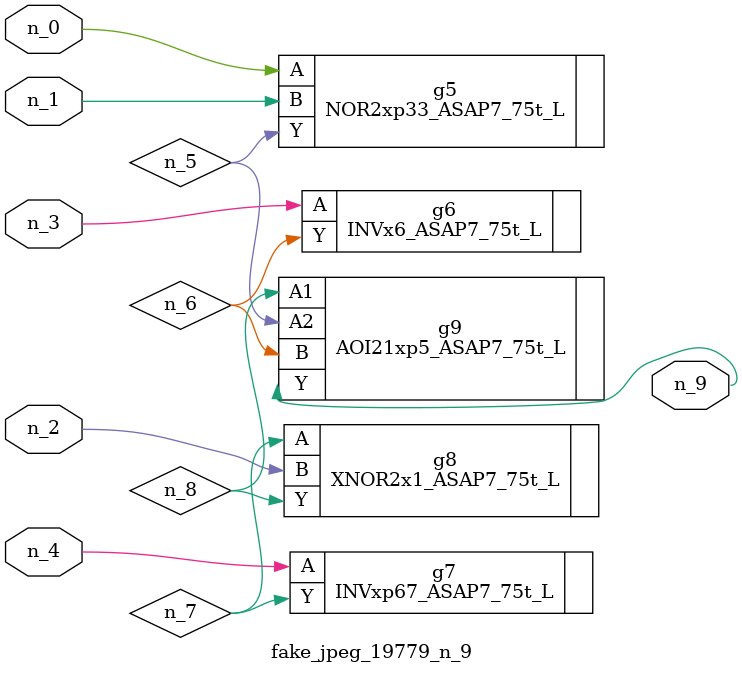
<source format=v>
module fake_jpeg_19779_n_9 (n_3, n_2, n_1, n_0, n_4, n_9);

input n_3;
input n_2;
input n_1;
input n_0;
input n_4;

output n_9;

wire n_8;
wire n_6;
wire n_5;
wire n_7;

NOR2xp33_ASAP7_75t_L g5 ( 
.A(n_0),
.B(n_1),
.Y(n_5)
);

INVx6_ASAP7_75t_L g6 ( 
.A(n_3),
.Y(n_6)
);

INVxp67_ASAP7_75t_L g7 ( 
.A(n_4),
.Y(n_7)
);

XNOR2x1_ASAP7_75t_L g8 ( 
.A(n_7),
.B(n_2),
.Y(n_8)
);

AOI21xp5_ASAP7_75t_L g9 ( 
.A1(n_8),
.A2(n_5),
.B(n_6),
.Y(n_9)
);


endmodule
</source>
